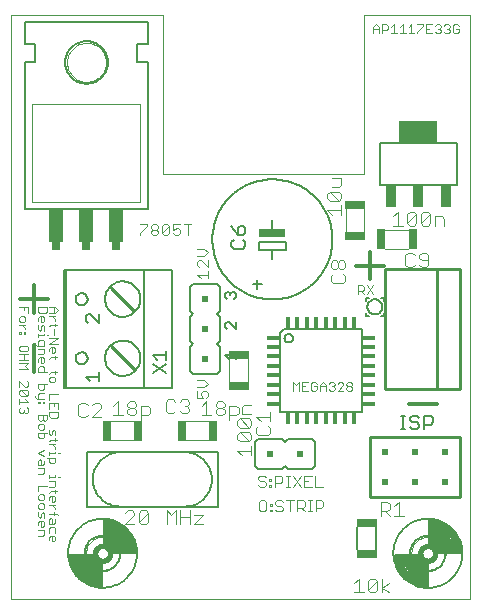
<source format=gto>
G75*
G70*
%OFA0B0*%
%FSLAX24Y24*%
%IPPOS*%
%LPD*%
%AMOC8*
5,1,8,0,0,1.08239X$1,22.5*
%
%ADD10C,0.0000*%
%ADD11C,0.0030*%
%ADD12C,0.0120*%
%ADD13C,0.0060*%
%ADD14R,0.0390X0.0180*%
%ADD15R,0.0180X0.0390*%
%ADD16R,0.0669X0.0295*%
%ADD17C,0.0040*%
%ADD18R,0.0690X0.0290*%
%ADD19C,0.0080*%
%ADD20R,0.0295X0.0669*%
%ADD21R,0.0200X0.0200*%
%ADD22C,0.0100*%
%ADD23C,0.0050*%
%ADD24R,0.1260X0.0730*%
%ADD25R,0.0340X0.0730*%
%ADD26R,0.0240X0.0240*%
%ADD27R,0.0900X0.0250*%
%ADD28C,0.0180*%
%ADD29C,0.0090*%
%ADD30C,0.0020*%
%ADD31R,0.0300X0.0250*%
%ADD32R,0.0500X0.1100*%
D10*
X000605Y000776D02*
X000605Y020264D01*
X005648Y020264D01*
X005648Y014949D01*
X012341Y014949D01*
X012341Y020264D01*
X015884Y020264D01*
X015884Y000776D01*
X000605Y000776D01*
X003090Y002312D02*
X003092Y002359D01*
X003098Y002405D01*
X003108Y002451D01*
X003121Y002496D01*
X003139Y002539D01*
X003160Y002581D01*
X003184Y002621D01*
X003212Y002658D01*
X003243Y002693D01*
X003277Y002726D01*
X003313Y002755D01*
X003352Y002781D01*
X003393Y002804D01*
X003436Y002823D01*
X003480Y002839D01*
X003525Y002851D01*
X003571Y002859D01*
X003618Y002863D01*
X003664Y002863D01*
X003711Y002859D01*
X003757Y002851D01*
X003802Y002839D01*
X003846Y002823D01*
X003889Y002804D01*
X003930Y002781D01*
X003969Y002755D01*
X004005Y002726D01*
X004039Y002693D01*
X004070Y002658D01*
X004098Y002621D01*
X004122Y002581D01*
X004143Y002539D01*
X004161Y002496D01*
X004174Y002451D01*
X004184Y002405D01*
X004190Y002359D01*
X004192Y002312D01*
X004190Y002265D01*
X004184Y002219D01*
X004174Y002173D01*
X004161Y002128D01*
X004143Y002085D01*
X004122Y002043D01*
X004098Y002003D01*
X004070Y001966D01*
X004039Y001931D01*
X004005Y001898D01*
X003969Y001869D01*
X003930Y001843D01*
X003889Y001820D01*
X003846Y001801D01*
X003802Y001785D01*
X003757Y001773D01*
X003711Y001765D01*
X003664Y001761D01*
X003618Y001761D01*
X003571Y001765D01*
X003525Y001773D01*
X003480Y001785D01*
X003436Y001801D01*
X003393Y001820D01*
X003352Y001843D01*
X003313Y001869D01*
X003277Y001898D01*
X003243Y001931D01*
X003212Y001966D01*
X003184Y002003D01*
X003160Y002043D01*
X003139Y002085D01*
X003121Y002128D01*
X003108Y002173D01*
X003098Y002219D01*
X003092Y002265D01*
X003090Y002312D01*
X013936Y002311D02*
X013938Y002358D01*
X013944Y002404D01*
X013954Y002450D01*
X013967Y002495D01*
X013985Y002538D01*
X014006Y002580D01*
X014030Y002620D01*
X014058Y002657D01*
X014089Y002692D01*
X014123Y002725D01*
X014159Y002754D01*
X014198Y002780D01*
X014239Y002803D01*
X014282Y002822D01*
X014326Y002838D01*
X014371Y002850D01*
X014417Y002858D01*
X014464Y002862D01*
X014510Y002862D01*
X014557Y002858D01*
X014603Y002850D01*
X014648Y002838D01*
X014692Y002822D01*
X014735Y002803D01*
X014776Y002780D01*
X014815Y002754D01*
X014851Y002725D01*
X014885Y002692D01*
X014916Y002657D01*
X014944Y002620D01*
X014968Y002580D01*
X014989Y002538D01*
X015007Y002495D01*
X015020Y002450D01*
X015030Y002404D01*
X015036Y002358D01*
X015038Y002311D01*
X015036Y002264D01*
X015030Y002218D01*
X015020Y002172D01*
X015007Y002127D01*
X014989Y002084D01*
X014968Y002042D01*
X014944Y002002D01*
X014916Y001965D01*
X014885Y001930D01*
X014851Y001897D01*
X014815Y001868D01*
X014776Y001842D01*
X014735Y001819D01*
X014692Y001800D01*
X014648Y001784D01*
X014603Y001772D01*
X014557Y001764D01*
X014510Y001760D01*
X014464Y001760D01*
X014417Y001764D01*
X014371Y001772D01*
X014326Y001784D01*
X014282Y001800D01*
X014239Y001819D01*
X014198Y001842D01*
X014159Y001868D01*
X014123Y001897D01*
X014089Y001930D01*
X014058Y001965D01*
X014030Y002002D01*
X014006Y002042D01*
X013985Y002084D01*
X013967Y002127D01*
X013954Y002172D01*
X013944Y002218D01*
X013938Y002264D01*
X013936Y002311D01*
X002455Y018676D02*
X002457Y018726D01*
X002463Y018776D01*
X002473Y018826D01*
X002486Y018874D01*
X002503Y018922D01*
X002524Y018968D01*
X002548Y019012D01*
X002576Y019054D01*
X002607Y019094D01*
X002641Y019131D01*
X002678Y019166D01*
X002717Y019197D01*
X002758Y019226D01*
X002802Y019251D01*
X002848Y019273D01*
X002895Y019291D01*
X002943Y019305D01*
X002992Y019316D01*
X003042Y019323D01*
X003092Y019326D01*
X003143Y019325D01*
X003193Y019320D01*
X003243Y019311D01*
X003291Y019299D01*
X003339Y019282D01*
X003385Y019262D01*
X003430Y019239D01*
X003473Y019212D01*
X003513Y019182D01*
X003551Y019149D01*
X003586Y019113D01*
X003619Y019074D01*
X003648Y019033D01*
X003674Y018990D01*
X003697Y018945D01*
X003716Y018898D01*
X003731Y018850D01*
X003743Y018801D01*
X003751Y018751D01*
X003755Y018701D01*
X003755Y018651D01*
X003751Y018601D01*
X003743Y018551D01*
X003731Y018502D01*
X003716Y018454D01*
X003697Y018407D01*
X003674Y018362D01*
X003648Y018319D01*
X003619Y018278D01*
X003586Y018239D01*
X003551Y018203D01*
X003513Y018170D01*
X003473Y018140D01*
X003430Y018113D01*
X003385Y018090D01*
X003339Y018070D01*
X003291Y018053D01*
X003243Y018041D01*
X003193Y018032D01*
X003143Y018027D01*
X003092Y018026D01*
X003042Y018029D01*
X002992Y018036D01*
X002943Y018047D01*
X002895Y018061D01*
X002848Y018079D01*
X002802Y018101D01*
X002758Y018126D01*
X002717Y018155D01*
X002678Y018186D01*
X002641Y018221D01*
X002607Y018258D01*
X002576Y018298D01*
X002548Y018340D01*
X002524Y018384D01*
X002503Y018430D01*
X002486Y018478D01*
X002473Y018526D01*
X002463Y018576D01*
X002457Y018626D01*
X002455Y018676D01*
D11*
X006791Y012462D02*
X007038Y012462D01*
X007162Y012339D01*
X007038Y012215D01*
X006791Y012215D01*
X006853Y012094D02*
X006791Y012032D01*
X006791Y011909D01*
X006853Y011847D01*
X006791Y011602D02*
X007162Y011602D01*
X007162Y011479D02*
X007162Y011725D01*
X007162Y011847D02*
X006915Y012094D01*
X006853Y012094D01*
X007162Y012094D02*
X007162Y011847D01*
X006915Y011479D02*
X006791Y011602D01*
X006791Y008094D02*
X007038Y008094D01*
X007162Y007970D01*
X007038Y007847D01*
X006791Y007847D01*
X006791Y007725D02*
X006791Y007479D01*
X006976Y007479D01*
X006915Y007602D01*
X006915Y007664D01*
X006976Y007725D01*
X007100Y007725D01*
X007162Y007664D01*
X007162Y007540D01*
X007100Y007479D01*
X008898Y004901D02*
X008837Y004840D01*
X008837Y004778D01*
X008898Y004716D01*
X009022Y004716D01*
X009083Y004654D01*
X009083Y004593D01*
X009022Y004531D01*
X008898Y004531D01*
X008837Y004593D01*
X008898Y004901D02*
X009022Y004901D01*
X009083Y004840D01*
X009205Y004778D02*
X009205Y004716D01*
X009267Y004716D01*
X009267Y004778D01*
X009205Y004778D01*
X009205Y004593D02*
X009205Y004531D01*
X009267Y004531D01*
X009267Y004593D01*
X009205Y004593D01*
X009389Y004654D02*
X009574Y004654D01*
X009636Y004716D01*
X009636Y004840D01*
X009574Y004901D01*
X009389Y004901D01*
X009389Y004531D01*
X009757Y004531D02*
X009881Y004531D01*
X009819Y004531D02*
X009819Y004901D01*
X009757Y004901D02*
X009881Y004901D01*
X010003Y004901D02*
X010250Y004531D01*
X010371Y004531D02*
X010618Y004531D01*
X010739Y004531D02*
X010739Y004901D01*
X010618Y004901D02*
X010371Y004901D01*
X010371Y004531D01*
X010371Y004716D02*
X010495Y004716D01*
X010250Y004901D02*
X010003Y004531D01*
X010014Y004076D02*
X009767Y004076D01*
X009891Y004076D02*
X009891Y003706D01*
X009646Y003768D02*
X009584Y003706D01*
X009461Y003706D01*
X009399Y003768D01*
X009277Y003768D02*
X009277Y003706D01*
X009215Y003706D01*
X009215Y003768D01*
X009277Y003768D01*
X009277Y003891D02*
X009215Y003891D01*
X009215Y003953D01*
X009277Y003953D01*
X009277Y003891D01*
X009399Y003953D02*
X009461Y003891D01*
X009584Y003891D01*
X009646Y003829D01*
X009646Y003768D01*
X009646Y004015D02*
X009584Y004076D01*
X009461Y004076D01*
X009399Y004015D01*
X009399Y003953D01*
X009093Y004015D02*
X009093Y003768D01*
X009032Y003706D01*
X008908Y003706D01*
X008847Y003768D01*
X008847Y004015D01*
X008908Y004076D01*
X009032Y004076D01*
X009093Y004015D01*
X010136Y004076D02*
X010136Y003706D01*
X010136Y003829D02*
X010321Y003829D01*
X010382Y003891D01*
X010382Y004015D01*
X010321Y004076D01*
X010136Y004076D01*
X010259Y003829D02*
X010382Y003706D01*
X010504Y003706D02*
X010627Y003706D01*
X010566Y003706D02*
X010566Y004076D01*
X010627Y004076D02*
X010504Y004076D01*
X010749Y004076D02*
X010749Y003706D01*
X010749Y003829D02*
X010935Y003829D01*
X010996Y003891D01*
X010996Y004015D01*
X010935Y004076D01*
X010749Y004076D01*
X010739Y004531D02*
X010986Y004531D01*
X011079Y007729D02*
X011079Y007922D01*
X010982Y008019D01*
X010886Y007922D01*
X010886Y007729D01*
X010784Y007777D02*
X010784Y007874D01*
X010688Y007874D01*
X010784Y007970D02*
X010736Y008019D01*
X010639Y008019D01*
X010591Y007970D01*
X010591Y007777D01*
X010639Y007729D01*
X010736Y007729D01*
X010784Y007777D01*
X010886Y007874D02*
X011079Y007874D01*
X011180Y007970D02*
X011229Y008019D01*
X011325Y008019D01*
X011374Y007970D01*
X011374Y007922D01*
X011325Y007874D01*
X011374Y007825D01*
X011374Y007777D01*
X011325Y007729D01*
X011229Y007729D01*
X011180Y007777D01*
X011277Y007874D02*
X011325Y007874D01*
X011475Y007970D02*
X011523Y008019D01*
X011620Y008019D01*
X011668Y007970D01*
X011668Y007922D01*
X011475Y007729D01*
X011668Y007729D01*
X011769Y007777D02*
X011769Y007825D01*
X011818Y007874D01*
X011915Y007874D01*
X011963Y007825D01*
X011963Y007777D01*
X011915Y007729D01*
X011818Y007729D01*
X011769Y007777D01*
X011818Y007874D02*
X011769Y007922D01*
X011769Y007970D01*
X011818Y008019D01*
X011915Y008019D01*
X011963Y007970D01*
X011963Y007922D01*
X011915Y007874D01*
X010490Y008019D02*
X010296Y008019D01*
X010296Y007729D01*
X010490Y007729D01*
X010393Y007874D02*
X010296Y007874D01*
X010195Y008019D02*
X010195Y007729D01*
X010002Y007729D02*
X010002Y008019D01*
X010098Y007922D01*
X010195Y008019D01*
X012160Y010951D02*
X012160Y011241D01*
X012305Y011241D01*
X012353Y011193D01*
X012353Y011096D01*
X012305Y011048D01*
X012160Y011048D01*
X012256Y011048D02*
X012353Y010951D01*
X012454Y010951D02*
X012648Y011241D01*
X012454Y011241D02*
X012648Y010951D01*
X012663Y019655D02*
X012663Y019849D01*
X012759Y019946D01*
X012856Y019849D01*
X012856Y019655D01*
X012957Y019655D02*
X012957Y019946D01*
X013102Y019946D01*
X013151Y019897D01*
X013151Y019800D01*
X013102Y019752D01*
X012957Y019752D01*
X012856Y019800D02*
X012663Y019800D01*
X013252Y019849D02*
X013349Y019946D01*
X013349Y019655D01*
X013445Y019655D02*
X013252Y019655D01*
X013547Y019655D02*
X013740Y019655D01*
X013643Y019655D02*
X013643Y019946D01*
X013547Y019849D01*
X013841Y019849D02*
X013938Y019946D01*
X013938Y019655D01*
X013841Y019655D02*
X014035Y019655D01*
X014136Y019655D02*
X014136Y019704D01*
X014329Y019897D01*
X014329Y019946D01*
X014136Y019946D01*
X014431Y019946D02*
X014431Y019655D01*
X014624Y019655D01*
X014725Y019704D02*
X014774Y019655D01*
X014870Y019655D01*
X014919Y019704D01*
X014919Y019752D01*
X014870Y019800D01*
X014822Y019800D01*
X014870Y019800D02*
X014919Y019849D01*
X014919Y019897D01*
X014870Y019946D01*
X014774Y019946D01*
X014725Y019897D01*
X014624Y019946D02*
X014431Y019946D01*
X014431Y019800D02*
X014527Y019800D01*
X015020Y019704D02*
X015068Y019655D01*
X015165Y019655D01*
X015213Y019704D01*
X015213Y019752D01*
X015165Y019800D01*
X015117Y019800D01*
X015165Y019800D02*
X015213Y019849D01*
X015213Y019897D01*
X015165Y019946D01*
X015068Y019946D01*
X015020Y019897D01*
X015315Y019897D02*
X015315Y019704D01*
X015363Y019655D01*
X015460Y019655D01*
X015508Y019704D01*
X015508Y019800D01*
X015411Y019800D01*
X015315Y019897D02*
X015363Y019946D01*
X015460Y019946D01*
X015508Y019897D01*
X002160Y010414D02*
X002063Y010318D01*
X001870Y010318D01*
X001785Y010366D02*
X001785Y010511D01*
X001495Y010511D01*
X001495Y010366D01*
X001543Y010318D01*
X001737Y010318D01*
X001785Y010366D01*
X001870Y010511D02*
X002063Y010511D01*
X002160Y010414D01*
X002015Y010318D02*
X002015Y010511D01*
X002063Y010216D02*
X001870Y010216D01*
X001966Y010216D02*
X002063Y010120D01*
X002063Y010071D01*
X002063Y009971D02*
X002063Y009874D01*
X002112Y009923D02*
X001918Y009923D01*
X001870Y009874D01*
X002015Y009774D02*
X002015Y009581D01*
X002160Y009480D02*
X001870Y009286D01*
X002160Y009286D01*
X002015Y009185D02*
X002063Y009137D01*
X002063Y009040D01*
X002015Y008992D01*
X001966Y008992D01*
X001966Y009185D01*
X001918Y009185D02*
X002015Y009185D01*
X001918Y009185D02*
X001870Y009137D01*
X001870Y009040D01*
X001688Y008991D02*
X001640Y008943D01*
X001495Y008943D01*
X001543Y008841D02*
X001640Y008841D01*
X001688Y008793D01*
X001688Y008696D01*
X001640Y008648D01*
X001591Y008648D01*
X001591Y008841D01*
X001543Y008841D02*
X001495Y008793D01*
X001495Y008696D01*
X001543Y008547D02*
X001640Y008547D01*
X001688Y008498D01*
X001688Y008353D01*
X001785Y008353D02*
X001495Y008353D01*
X001495Y008498D01*
X001543Y008547D01*
X001160Y008452D02*
X000870Y008452D01*
X000870Y008645D02*
X001160Y008645D01*
X001063Y008548D01*
X001160Y008452D01*
X001160Y008746D02*
X000870Y008746D01*
X001015Y008746D02*
X001015Y008940D01*
X000918Y009041D02*
X001112Y009041D01*
X001160Y009089D01*
X001160Y009186D01*
X001112Y009234D01*
X000918Y009234D01*
X000870Y009186D01*
X000870Y009089D01*
X000918Y009041D01*
X000870Y008940D02*
X001160Y008940D01*
X001495Y009136D02*
X001688Y009136D01*
X001688Y008991D01*
X001870Y008794D02*
X001918Y008842D01*
X002112Y008842D01*
X002063Y008794D02*
X002063Y008891D01*
X002063Y008399D02*
X002063Y008303D01*
X002112Y008351D02*
X001918Y008351D01*
X001870Y008303D01*
X001918Y008203D02*
X001870Y008155D01*
X001870Y008058D01*
X001918Y008010D01*
X002015Y008010D01*
X002063Y008058D01*
X002063Y008155D01*
X002015Y008203D01*
X001918Y008203D01*
X001785Y007957D02*
X001495Y007957D01*
X001495Y007812D01*
X001543Y007764D01*
X001640Y007764D01*
X001688Y007812D01*
X001688Y007957D01*
X001688Y007663D02*
X001543Y007663D01*
X001495Y007614D01*
X001495Y007469D01*
X001446Y007469D02*
X001398Y007518D01*
X001398Y007566D01*
X001446Y007469D02*
X001688Y007469D01*
X001688Y007368D02*
X001640Y007368D01*
X001640Y007320D01*
X001688Y007320D01*
X001688Y007368D01*
X001543Y007368D02*
X001543Y007320D01*
X001495Y007320D01*
X001495Y007368D01*
X001543Y007368D01*
X001870Y007319D02*
X001870Y007126D01*
X001870Y007024D02*
X001870Y006879D01*
X001918Y006831D01*
X002112Y006831D01*
X002160Y006879D01*
X002160Y007024D01*
X001870Y007024D01*
X001785Y006926D02*
X001785Y006781D01*
X001737Y006733D01*
X001688Y006733D01*
X001640Y006781D01*
X001640Y006926D01*
X001640Y006781D02*
X001591Y006733D01*
X001543Y006733D01*
X001495Y006781D01*
X001495Y006926D01*
X001785Y006926D01*
X001640Y006632D02*
X001543Y006632D01*
X001495Y006583D01*
X001495Y006486D01*
X001543Y006438D01*
X001640Y006438D01*
X001688Y006486D01*
X001688Y006583D01*
X001640Y006632D01*
X001870Y006435D02*
X001870Y006290D01*
X001918Y006242D01*
X001966Y006290D01*
X001966Y006387D01*
X002015Y006435D01*
X002063Y006387D01*
X002063Y006242D01*
X002063Y006141D02*
X002063Y006044D01*
X002112Y006092D02*
X001918Y006092D01*
X001870Y006044D01*
X001870Y005944D02*
X002063Y005944D01*
X001966Y005944D02*
X002063Y005847D01*
X002063Y005799D01*
X002063Y005699D02*
X002063Y005650D01*
X001870Y005650D01*
X001870Y005602D02*
X001870Y005699D01*
X001688Y005748D02*
X001495Y005651D01*
X001688Y005554D01*
X001773Y005502D02*
X002063Y005502D01*
X002063Y005357D01*
X002015Y005309D01*
X001918Y005309D01*
X001870Y005357D01*
X001870Y005502D01*
X001688Y005405D02*
X001688Y005308D01*
X001640Y005260D01*
X001495Y005260D01*
X001495Y005405D01*
X001543Y005453D01*
X001591Y005405D01*
X001591Y005260D01*
X001495Y005158D02*
X001688Y005158D01*
X001688Y005013D01*
X001640Y004965D01*
X001495Y004965D01*
X001870Y004913D02*
X001870Y004816D01*
X001870Y004865D02*
X002063Y004865D01*
X002063Y004913D01*
X002160Y004865D02*
X002208Y004865D01*
X002063Y004716D02*
X002063Y004571D01*
X002015Y004523D01*
X001870Y004523D01*
X001785Y004569D02*
X001495Y004569D01*
X001495Y004376D01*
X001543Y004274D02*
X001495Y004226D01*
X001495Y004129D01*
X001543Y004081D01*
X001640Y004081D01*
X001688Y004129D01*
X001688Y004226D01*
X001640Y004274D01*
X001543Y004274D01*
X001543Y003980D02*
X001495Y003931D01*
X001495Y003835D01*
X001543Y003786D01*
X001640Y003786D01*
X001688Y003835D01*
X001688Y003931D01*
X001640Y003980D01*
X001543Y003980D01*
X001495Y003685D02*
X001495Y003540D01*
X001543Y003492D01*
X001591Y003540D01*
X001591Y003637D01*
X001640Y003685D01*
X001688Y003637D01*
X001688Y003492D01*
X001640Y003390D02*
X001543Y003390D01*
X001495Y003342D01*
X001495Y003245D01*
X001591Y003197D02*
X001591Y003390D01*
X001640Y003390D02*
X001688Y003342D01*
X001688Y003245D01*
X001640Y003197D01*
X001591Y003197D01*
X001495Y003096D02*
X001688Y003096D01*
X001688Y002951D01*
X001640Y002902D01*
X001495Y002902D01*
X001870Y002851D02*
X001918Y002900D01*
X002015Y002900D01*
X002063Y002851D01*
X002063Y002754D01*
X002015Y002706D01*
X001966Y002706D01*
X001966Y002900D01*
X001870Y002851D02*
X001870Y002754D01*
X001870Y003001D02*
X001870Y003146D01*
X001918Y003194D01*
X002015Y003194D01*
X002063Y003146D01*
X002063Y003001D01*
X002015Y003295D02*
X001870Y003295D01*
X001870Y003441D01*
X001918Y003489D01*
X001966Y003441D01*
X001966Y003295D01*
X002015Y003295D02*
X002063Y003344D01*
X002063Y003441D01*
X002015Y003589D02*
X002015Y003685D01*
X002112Y003637D02*
X001870Y003637D01*
X002063Y003786D02*
X002063Y003834D01*
X001966Y003931D01*
X001870Y003931D02*
X002063Y003931D01*
X002015Y004032D02*
X001966Y004032D01*
X001966Y004225D01*
X001918Y004225D02*
X002015Y004225D01*
X002063Y004177D01*
X002063Y004080D01*
X002015Y004032D01*
X001870Y004080D02*
X001870Y004177D01*
X001918Y004225D01*
X001870Y004325D02*
X001918Y004374D01*
X002112Y004374D01*
X002063Y004422D02*
X002063Y004325D01*
X002063Y004716D02*
X001870Y004716D01*
X002160Y005650D02*
X002208Y005650D01*
X001688Y006192D02*
X001688Y006337D01*
X001785Y006337D02*
X001495Y006337D01*
X001495Y006192D01*
X001543Y006143D01*
X001640Y006143D01*
X001688Y006192D01*
X001112Y006978D02*
X001063Y006978D01*
X001015Y007027D01*
X000966Y006978D01*
X000918Y006978D01*
X000870Y007027D01*
X000870Y007123D01*
X000918Y007172D01*
X000870Y007273D02*
X000870Y007466D01*
X000870Y007370D02*
X001160Y007370D01*
X001063Y007466D01*
X001112Y007568D02*
X000918Y007761D01*
X000870Y007713D01*
X000870Y007616D01*
X000918Y007568D01*
X001112Y007568D01*
X001160Y007616D01*
X001160Y007713D01*
X001112Y007761D01*
X000918Y007761D01*
X000870Y007862D02*
X000870Y008056D01*
X001063Y007862D01*
X001112Y007862D01*
X001160Y007911D01*
X001160Y008007D01*
X001112Y008056D01*
X001112Y007172D02*
X001160Y007123D01*
X001160Y007027D01*
X001112Y006978D01*
X001015Y007027D02*
X001015Y007075D01*
X001870Y007319D02*
X002160Y007319D01*
X002160Y007126D01*
X002015Y007222D02*
X002015Y007319D01*
X001870Y007420D02*
X001870Y007614D01*
X002160Y007614D01*
X001688Y009237D02*
X001446Y009237D01*
X001398Y009286D01*
X001398Y009334D01*
X001495Y009382D02*
X001543Y009431D01*
X001640Y009431D01*
X001688Y009382D01*
X001688Y009237D01*
X001495Y009237D02*
X001495Y009382D01*
X001495Y009530D02*
X001495Y009627D01*
X001495Y009579D02*
X001688Y009579D01*
X001688Y009627D01*
X001688Y009728D02*
X001688Y009873D01*
X001640Y009922D01*
X001591Y009873D01*
X001591Y009777D01*
X001543Y009728D01*
X001495Y009777D01*
X001495Y009922D01*
X001591Y010023D02*
X001591Y010216D01*
X001543Y010216D02*
X001640Y010216D01*
X001688Y010168D01*
X001688Y010071D01*
X001640Y010023D01*
X001591Y010023D01*
X001495Y010071D02*
X001495Y010168D01*
X001543Y010216D01*
X001160Y010318D02*
X001160Y010511D01*
X000870Y010511D01*
X001015Y010511D02*
X001015Y010414D01*
X001015Y010216D02*
X000918Y010216D01*
X000870Y010168D01*
X000870Y010071D01*
X000918Y010023D01*
X001015Y010023D01*
X001063Y010071D01*
X001063Y010168D01*
X001015Y010216D01*
X001063Y009922D02*
X000870Y009922D01*
X000966Y009922D02*
X001063Y009825D01*
X001063Y009777D01*
X001063Y009676D02*
X001015Y009676D01*
X001015Y009628D01*
X001063Y009628D01*
X001063Y009676D01*
X000918Y009676D02*
X000870Y009676D01*
X000870Y009628D01*
X000918Y009628D01*
X000918Y009676D01*
X001785Y009579D02*
X001833Y009579D01*
X001870Y009480D02*
X002160Y009480D01*
X002112Y003637D02*
X002160Y003589D01*
D12*
X001354Y008339D02*
X001354Y009260D01*
X001354Y010321D02*
X001354Y011241D01*
X000894Y010781D02*
X001815Y010781D01*
X012105Y011902D02*
X013026Y011902D01*
X012566Y012362D02*
X012566Y011441D01*
X013862Y007277D02*
X014782Y007277D01*
D13*
X014579Y006894D02*
X014652Y006821D01*
X014652Y006674D01*
X014579Y006600D01*
X014359Y006600D01*
X014359Y006454D02*
X014359Y006894D01*
X014579Y006894D01*
X014192Y006821D02*
X014119Y006894D01*
X013972Y006894D01*
X013898Y006821D01*
X013898Y006747D01*
X013972Y006674D01*
X014119Y006674D01*
X014192Y006600D01*
X014192Y006527D01*
X014119Y006454D01*
X013972Y006454D01*
X013898Y006527D01*
X013738Y006454D02*
X013592Y006454D01*
X013665Y006454D02*
X013665Y006894D01*
X013592Y006894D02*
X013738Y006894D01*
X012306Y007021D02*
X009547Y007021D01*
X009547Y009641D01*
X009686Y009781D01*
X012306Y009781D01*
X012306Y007021D01*
X010727Y006020D02*
X010727Y005220D01*
X010627Y005120D01*
X009827Y005120D01*
X009727Y005220D01*
X009627Y005120D01*
X008827Y005120D01*
X008727Y005220D01*
X008727Y006020D01*
X008827Y006120D01*
X009627Y006120D01*
X009727Y006020D01*
X009827Y006120D01*
X010627Y006120D01*
X010727Y006020D01*
X012132Y003194D02*
X012132Y002439D01*
X012772Y002439D02*
X012772Y003194D01*
X013337Y002311D02*
X013339Y002378D01*
X013345Y002446D01*
X013355Y002513D01*
X013369Y002579D01*
X013386Y002644D01*
X013408Y002708D01*
X013433Y002771D01*
X013462Y002832D01*
X013494Y002891D01*
X013530Y002948D01*
X013569Y003003D01*
X013611Y003056D01*
X013656Y003106D01*
X013704Y003153D01*
X013755Y003198D01*
X013808Y003239D01*
X013864Y003278D01*
X013922Y003313D01*
X013982Y003344D01*
X014043Y003372D01*
X014106Y003396D01*
X014170Y003417D01*
X014236Y003433D01*
X014302Y003446D01*
X014369Y003455D01*
X014436Y003460D01*
X014504Y003461D01*
X014571Y003458D01*
X014638Y003451D01*
X014705Y003440D01*
X014771Y003425D01*
X014836Y003407D01*
X014900Y003384D01*
X014962Y003358D01*
X015023Y003329D01*
X015081Y003295D01*
X015138Y003259D01*
X015193Y003219D01*
X015245Y003176D01*
X015294Y003130D01*
X015341Y003081D01*
X015385Y003030D01*
X015425Y002976D01*
X015463Y002920D01*
X015497Y002861D01*
X015527Y002801D01*
X015554Y002739D01*
X015578Y002676D01*
X015597Y002611D01*
X015613Y002546D01*
X015625Y002479D01*
X015633Y002412D01*
X015637Y002345D01*
X015637Y002277D01*
X015633Y002210D01*
X015625Y002143D01*
X015613Y002076D01*
X015597Y002011D01*
X015578Y001946D01*
X015554Y001883D01*
X015527Y001821D01*
X015497Y001761D01*
X015463Y001702D01*
X015425Y001646D01*
X015385Y001592D01*
X015341Y001541D01*
X015294Y001492D01*
X015245Y001446D01*
X015193Y001403D01*
X015138Y001363D01*
X015081Y001327D01*
X015023Y001293D01*
X014962Y001264D01*
X014900Y001238D01*
X014836Y001215D01*
X014771Y001197D01*
X014705Y001182D01*
X014638Y001171D01*
X014571Y001164D01*
X014504Y001161D01*
X014436Y001162D01*
X014369Y001167D01*
X014302Y001176D01*
X014236Y001189D01*
X014170Y001205D01*
X014106Y001226D01*
X014043Y001250D01*
X013982Y001278D01*
X013922Y001309D01*
X013864Y001344D01*
X013808Y001383D01*
X013755Y001424D01*
X013704Y001469D01*
X013656Y001516D01*
X013611Y001566D01*
X013569Y001619D01*
X013530Y001674D01*
X013494Y001731D01*
X013462Y001790D01*
X013433Y001851D01*
X013408Y001914D01*
X013386Y001978D01*
X013369Y002043D01*
X013355Y002109D01*
X013345Y002176D01*
X013339Y002244D01*
X013337Y002311D01*
X009706Y009481D02*
X009708Y009504D01*
X009714Y009527D01*
X009723Y009548D01*
X009736Y009568D01*
X009752Y009585D01*
X009770Y009599D01*
X009790Y009610D01*
X009812Y009618D01*
X009835Y009622D01*
X009859Y009622D01*
X009882Y009618D01*
X009904Y009610D01*
X009924Y009599D01*
X009942Y009585D01*
X009958Y009568D01*
X009971Y009548D01*
X009980Y009527D01*
X009986Y009504D01*
X009988Y009481D01*
X009986Y009458D01*
X009980Y009435D01*
X009971Y009414D01*
X009958Y009394D01*
X009942Y009377D01*
X009924Y009363D01*
X009904Y009352D01*
X009882Y009344D01*
X009859Y009340D01*
X009835Y009340D01*
X009812Y009344D01*
X009790Y009352D01*
X009770Y009363D01*
X009752Y009377D01*
X009736Y009394D01*
X009723Y009414D01*
X009714Y009435D01*
X009708Y009458D01*
X009706Y009481D01*
X008802Y011126D02*
X008802Y011426D01*
X008652Y011276D02*
X008952Y011276D01*
X009302Y012126D02*
X009302Y012326D01*
X009302Y012426D01*
X008852Y012426D01*
X008852Y012676D01*
X009752Y012676D01*
X009752Y012426D01*
X009302Y012426D01*
X007302Y012776D02*
X007304Y012874D01*
X007312Y012972D01*
X007324Y013069D01*
X007340Y013166D01*
X007362Y013262D01*
X007388Y013357D01*
X007419Y013450D01*
X007454Y013541D01*
X007494Y013631D01*
X007538Y013719D01*
X007587Y013804D01*
X007639Y013887D01*
X007696Y013967D01*
X007756Y014045D01*
X007820Y014119D01*
X007888Y014190D01*
X007959Y014258D01*
X008033Y014322D01*
X008111Y014382D01*
X008191Y014439D01*
X008274Y014491D01*
X008359Y014540D01*
X008447Y014584D01*
X008537Y014624D01*
X008628Y014659D01*
X008721Y014690D01*
X008816Y014716D01*
X008912Y014738D01*
X009009Y014754D01*
X009106Y014766D01*
X009204Y014774D01*
X009302Y014776D01*
X009400Y014774D01*
X009498Y014766D01*
X009595Y014754D01*
X009692Y014738D01*
X009788Y014716D01*
X009883Y014690D01*
X009976Y014659D01*
X010067Y014624D01*
X010157Y014584D01*
X010245Y014540D01*
X010330Y014491D01*
X010413Y014439D01*
X010493Y014382D01*
X010571Y014322D01*
X010645Y014258D01*
X010716Y014190D01*
X010784Y014119D01*
X010848Y014045D01*
X010908Y013967D01*
X010965Y013887D01*
X011017Y013804D01*
X011066Y013719D01*
X011110Y013631D01*
X011150Y013541D01*
X011185Y013450D01*
X011216Y013357D01*
X011242Y013262D01*
X011264Y013166D01*
X011280Y013069D01*
X011292Y012972D01*
X011300Y012874D01*
X011302Y012776D01*
X011300Y012678D01*
X011292Y012580D01*
X011280Y012483D01*
X011264Y012386D01*
X011242Y012290D01*
X011216Y012195D01*
X011185Y012102D01*
X011150Y012011D01*
X011110Y011921D01*
X011066Y011833D01*
X011017Y011748D01*
X010965Y011665D01*
X010908Y011585D01*
X010848Y011507D01*
X010784Y011433D01*
X010716Y011362D01*
X010645Y011294D01*
X010571Y011230D01*
X010493Y011170D01*
X010413Y011113D01*
X010330Y011061D01*
X010245Y011012D01*
X010157Y010968D01*
X010067Y010928D01*
X009976Y010893D01*
X009883Y010862D01*
X009788Y010836D01*
X009692Y010814D01*
X009595Y010798D01*
X009498Y010786D01*
X009400Y010778D01*
X009302Y010776D01*
X009204Y010778D01*
X009106Y010786D01*
X009009Y010798D01*
X008912Y010814D01*
X008816Y010836D01*
X008721Y010862D01*
X008628Y010893D01*
X008537Y010928D01*
X008447Y010968D01*
X008359Y011012D01*
X008274Y011061D01*
X008191Y011113D01*
X008111Y011170D01*
X008033Y011230D01*
X007959Y011294D01*
X007888Y011362D01*
X007820Y011433D01*
X007756Y011507D01*
X007696Y011585D01*
X007639Y011665D01*
X007587Y011748D01*
X007538Y011833D01*
X007494Y011921D01*
X007454Y012011D01*
X007419Y012102D01*
X007388Y012195D01*
X007362Y012290D01*
X007340Y012386D01*
X007324Y012483D01*
X007312Y012580D01*
X007304Y012678D01*
X007302Y012776D01*
X007452Y011276D02*
X006652Y011276D01*
X006552Y011176D01*
X006552Y010376D01*
X006652Y010276D01*
X006552Y010176D01*
X006552Y009376D01*
X006652Y009276D01*
X006552Y009176D01*
X006552Y008376D01*
X006652Y008276D01*
X007452Y008276D01*
X007552Y008376D01*
X007552Y009176D01*
X007452Y009276D01*
X007552Y009376D01*
X007552Y010176D01*
X007452Y010276D01*
X007552Y010376D01*
X007552Y011176D01*
X007452Y011276D01*
X005962Y011765D02*
X005022Y011765D01*
X002422Y011765D01*
X002422Y007836D01*
X002342Y007836D01*
X002342Y011765D01*
X002422Y011765D01*
X002742Y010785D02*
X002744Y010813D01*
X002750Y010840D01*
X002759Y010866D01*
X002772Y010891D01*
X002789Y010914D01*
X002808Y010934D01*
X002830Y010951D01*
X002854Y010965D01*
X002880Y010975D01*
X002907Y010982D01*
X002935Y010985D01*
X002963Y010984D01*
X002990Y010979D01*
X003017Y010970D01*
X003042Y010958D01*
X003065Y010943D01*
X003086Y010924D01*
X003104Y010903D01*
X003119Y010879D01*
X003130Y010853D01*
X003138Y010827D01*
X003142Y010799D01*
X003142Y010771D01*
X003138Y010743D01*
X003130Y010717D01*
X003119Y010691D01*
X003104Y010667D01*
X003086Y010646D01*
X003065Y010627D01*
X003042Y010612D01*
X003017Y010600D01*
X002990Y010591D01*
X002963Y010586D01*
X002935Y010585D01*
X002907Y010588D01*
X002880Y010595D01*
X002854Y010605D01*
X002830Y010619D01*
X002808Y010636D01*
X002789Y010656D01*
X002772Y010679D01*
X002759Y010704D01*
X002750Y010730D01*
X002744Y010757D01*
X002742Y010785D01*
X003722Y010785D02*
X003724Y010833D01*
X003730Y010881D01*
X003740Y010928D01*
X003753Y010974D01*
X003770Y011019D01*
X003791Y011062D01*
X003816Y011104D01*
X003843Y011143D01*
X003874Y011180D01*
X003908Y011215D01*
X003944Y011246D01*
X003983Y011275D01*
X004024Y011300D01*
X004067Y011322D01*
X004111Y011340D01*
X004157Y011354D01*
X004204Y011365D01*
X004252Y011372D01*
X004300Y011375D01*
X004348Y011374D01*
X004396Y011369D01*
X004443Y011360D01*
X004490Y011348D01*
X004535Y011331D01*
X004579Y011311D01*
X004621Y011288D01*
X004661Y011261D01*
X004698Y011231D01*
X004733Y011198D01*
X004766Y011162D01*
X004795Y011124D01*
X004821Y011083D01*
X004844Y011041D01*
X004863Y010997D01*
X004878Y010951D01*
X004890Y010905D01*
X004898Y010857D01*
X004902Y010809D01*
X004902Y010761D01*
X004898Y010713D01*
X004890Y010665D01*
X004878Y010619D01*
X004863Y010573D01*
X004844Y010529D01*
X004821Y010487D01*
X004795Y010446D01*
X004766Y010408D01*
X004733Y010372D01*
X004698Y010339D01*
X004661Y010309D01*
X004621Y010282D01*
X004579Y010259D01*
X004535Y010239D01*
X004490Y010222D01*
X004443Y010210D01*
X004396Y010201D01*
X004348Y010196D01*
X004300Y010195D01*
X004252Y010198D01*
X004204Y010205D01*
X004157Y010216D01*
X004111Y010230D01*
X004067Y010248D01*
X004024Y010270D01*
X003983Y010295D01*
X003944Y010324D01*
X003908Y010355D01*
X003874Y010390D01*
X003843Y010427D01*
X003816Y010466D01*
X003791Y010508D01*
X003770Y010551D01*
X003753Y010596D01*
X003740Y010642D01*
X003730Y010689D01*
X003724Y010737D01*
X003722Y010785D01*
X005022Y010436D02*
X005022Y009165D01*
X005022Y008465D01*
X005022Y007836D01*
X002422Y007836D01*
X002742Y008815D02*
X002744Y008843D01*
X002750Y008870D01*
X002759Y008896D01*
X002772Y008921D01*
X002789Y008944D01*
X002808Y008964D01*
X002830Y008981D01*
X002854Y008995D01*
X002880Y009005D01*
X002907Y009012D01*
X002935Y009015D01*
X002963Y009014D01*
X002990Y009009D01*
X003017Y009000D01*
X003042Y008988D01*
X003065Y008973D01*
X003086Y008954D01*
X003104Y008933D01*
X003119Y008909D01*
X003130Y008883D01*
X003138Y008857D01*
X003142Y008829D01*
X003142Y008801D01*
X003138Y008773D01*
X003130Y008747D01*
X003119Y008721D01*
X003104Y008697D01*
X003086Y008676D01*
X003065Y008657D01*
X003042Y008642D01*
X003017Y008630D01*
X002990Y008621D01*
X002963Y008616D01*
X002935Y008615D01*
X002907Y008618D01*
X002880Y008625D01*
X002854Y008635D01*
X002830Y008649D01*
X002808Y008666D01*
X002789Y008686D01*
X002772Y008709D01*
X002759Y008734D01*
X002750Y008760D01*
X002744Y008787D01*
X002742Y008815D01*
X003722Y008815D02*
X003724Y008863D01*
X003730Y008911D01*
X003740Y008958D01*
X003753Y009004D01*
X003770Y009049D01*
X003791Y009092D01*
X003816Y009134D01*
X003843Y009173D01*
X003874Y009210D01*
X003908Y009245D01*
X003944Y009276D01*
X003983Y009305D01*
X004024Y009330D01*
X004067Y009352D01*
X004111Y009370D01*
X004157Y009384D01*
X004204Y009395D01*
X004252Y009402D01*
X004300Y009405D01*
X004348Y009404D01*
X004396Y009399D01*
X004443Y009390D01*
X004490Y009378D01*
X004535Y009361D01*
X004579Y009341D01*
X004621Y009318D01*
X004661Y009291D01*
X004698Y009261D01*
X004733Y009228D01*
X004766Y009192D01*
X004795Y009154D01*
X004821Y009113D01*
X004844Y009071D01*
X004863Y009027D01*
X004878Y008981D01*
X004890Y008935D01*
X004898Y008887D01*
X004902Y008839D01*
X004902Y008791D01*
X004898Y008743D01*
X004890Y008695D01*
X004878Y008649D01*
X004863Y008603D01*
X004844Y008559D01*
X004821Y008517D01*
X004795Y008476D01*
X004766Y008438D01*
X004733Y008402D01*
X004698Y008369D01*
X004661Y008339D01*
X004621Y008312D01*
X004579Y008289D01*
X004535Y008269D01*
X004490Y008252D01*
X004443Y008240D01*
X004396Y008231D01*
X004348Y008226D01*
X004300Y008225D01*
X004252Y008228D01*
X004204Y008235D01*
X004157Y008246D01*
X004111Y008260D01*
X004067Y008278D01*
X004024Y008300D01*
X003983Y008325D01*
X003944Y008354D01*
X003908Y008385D01*
X003874Y008420D01*
X003843Y008457D01*
X003816Y008496D01*
X003791Y008538D01*
X003770Y008581D01*
X003753Y008626D01*
X003740Y008672D01*
X003730Y008719D01*
X003724Y008767D01*
X003722Y008815D01*
X005022Y007836D02*
X005962Y007836D01*
X005962Y011765D01*
X005022Y011765D02*
X005022Y011136D01*
X005022Y010436D01*
X005155Y013776D02*
X005155Y018676D01*
X004805Y018676D01*
X004805Y019276D01*
X005155Y019276D01*
X005155Y020026D01*
X001055Y020026D01*
X001055Y019276D01*
X001405Y019276D01*
X001405Y018676D01*
X001055Y018676D01*
X001055Y013776D01*
X005155Y013776D01*
X002395Y018676D02*
X002397Y018729D01*
X002403Y018782D01*
X002413Y018834D01*
X002427Y018885D01*
X002444Y018935D01*
X002465Y018984D01*
X002490Y019031D01*
X002518Y019076D01*
X002550Y019119D01*
X002585Y019159D01*
X002622Y019196D01*
X002662Y019231D01*
X002705Y019263D01*
X002750Y019291D01*
X002797Y019316D01*
X002846Y019337D01*
X002896Y019354D01*
X002947Y019368D01*
X002999Y019378D01*
X003052Y019384D01*
X003105Y019386D01*
X003158Y019384D01*
X003211Y019378D01*
X003263Y019368D01*
X003314Y019354D01*
X003364Y019337D01*
X003413Y019316D01*
X003460Y019291D01*
X003505Y019263D01*
X003548Y019231D01*
X003588Y019196D01*
X003625Y019159D01*
X003660Y019119D01*
X003692Y019076D01*
X003720Y019031D01*
X003745Y018984D01*
X003766Y018935D01*
X003783Y018885D01*
X003797Y018834D01*
X003807Y018782D01*
X003813Y018729D01*
X003815Y018676D01*
X003813Y018623D01*
X003807Y018570D01*
X003797Y018518D01*
X003783Y018467D01*
X003766Y018417D01*
X003745Y018368D01*
X003720Y018321D01*
X003692Y018276D01*
X003660Y018233D01*
X003625Y018193D01*
X003588Y018156D01*
X003548Y018121D01*
X003505Y018089D01*
X003460Y018061D01*
X003413Y018036D01*
X003364Y018015D01*
X003314Y017998D01*
X003263Y017984D01*
X003211Y017974D01*
X003158Y017968D01*
X003105Y017966D01*
X003052Y017968D01*
X002999Y017974D01*
X002947Y017984D01*
X002896Y017998D01*
X002846Y018015D01*
X002797Y018036D01*
X002750Y018061D01*
X002705Y018089D01*
X002662Y018121D01*
X002622Y018156D01*
X002585Y018193D01*
X002550Y018233D01*
X002518Y018276D01*
X002490Y018321D01*
X002465Y018368D01*
X002444Y018417D01*
X002427Y018467D01*
X002413Y018518D01*
X002403Y018570D01*
X002397Y018623D01*
X002395Y018676D01*
X009302Y013426D02*
X009302Y013226D01*
X009302Y013026D01*
X012415Y010826D02*
X012415Y010726D01*
X012415Y010826D02*
X012515Y010826D01*
X012465Y010526D02*
X012467Y010557D01*
X012473Y010588D01*
X012483Y010618D01*
X012496Y010646D01*
X012513Y010673D01*
X012533Y010697D01*
X012556Y010719D01*
X012581Y010737D01*
X012609Y010752D01*
X012638Y010764D01*
X012668Y010772D01*
X012699Y010776D01*
X012731Y010776D01*
X012762Y010772D01*
X012792Y010764D01*
X012821Y010752D01*
X012849Y010737D01*
X012874Y010719D01*
X012897Y010697D01*
X012917Y010673D01*
X012934Y010646D01*
X012947Y010618D01*
X012957Y010588D01*
X012963Y010557D01*
X012965Y010526D01*
X012963Y010495D01*
X012957Y010464D01*
X012947Y010434D01*
X012934Y010406D01*
X012917Y010379D01*
X012897Y010355D01*
X012874Y010333D01*
X012849Y010315D01*
X012821Y010300D01*
X012792Y010288D01*
X012762Y010280D01*
X012731Y010276D01*
X012699Y010276D01*
X012668Y010280D01*
X012638Y010288D01*
X012609Y010300D01*
X012581Y010315D01*
X012556Y010333D01*
X012533Y010355D01*
X012513Y010379D01*
X012496Y010406D01*
X012483Y010434D01*
X012473Y010464D01*
X012467Y010495D01*
X012465Y010526D01*
X012415Y010326D02*
X012415Y010226D01*
X012515Y010226D01*
X012915Y010226D02*
X013015Y010226D01*
X013015Y010326D01*
X013015Y010726D02*
X013015Y010826D01*
X012915Y010826D01*
X002491Y002312D02*
X002493Y002379D01*
X002499Y002447D01*
X002509Y002514D01*
X002523Y002580D01*
X002540Y002645D01*
X002562Y002709D01*
X002587Y002772D01*
X002616Y002833D01*
X002648Y002892D01*
X002684Y002949D01*
X002723Y003004D01*
X002765Y003057D01*
X002810Y003107D01*
X002858Y003154D01*
X002909Y003199D01*
X002962Y003240D01*
X003018Y003279D01*
X003076Y003314D01*
X003136Y003345D01*
X003197Y003373D01*
X003260Y003397D01*
X003324Y003418D01*
X003390Y003434D01*
X003456Y003447D01*
X003523Y003456D01*
X003590Y003461D01*
X003658Y003462D01*
X003725Y003459D01*
X003792Y003452D01*
X003859Y003441D01*
X003925Y003426D01*
X003990Y003408D01*
X004054Y003385D01*
X004116Y003359D01*
X004177Y003330D01*
X004235Y003296D01*
X004292Y003260D01*
X004347Y003220D01*
X004399Y003177D01*
X004448Y003131D01*
X004495Y003082D01*
X004539Y003031D01*
X004579Y002977D01*
X004617Y002921D01*
X004651Y002862D01*
X004681Y002802D01*
X004708Y002740D01*
X004732Y002677D01*
X004751Y002612D01*
X004767Y002547D01*
X004779Y002480D01*
X004787Y002413D01*
X004791Y002346D01*
X004791Y002278D01*
X004787Y002211D01*
X004779Y002144D01*
X004767Y002077D01*
X004751Y002012D01*
X004732Y001947D01*
X004708Y001884D01*
X004681Y001822D01*
X004651Y001762D01*
X004617Y001703D01*
X004579Y001647D01*
X004539Y001593D01*
X004495Y001542D01*
X004448Y001493D01*
X004399Y001447D01*
X004347Y001404D01*
X004292Y001364D01*
X004235Y001328D01*
X004177Y001294D01*
X004116Y001265D01*
X004054Y001239D01*
X003990Y001216D01*
X003925Y001198D01*
X003859Y001183D01*
X003792Y001172D01*
X003725Y001165D01*
X003658Y001162D01*
X003590Y001163D01*
X003523Y001168D01*
X003456Y001177D01*
X003390Y001190D01*
X003324Y001206D01*
X003260Y001227D01*
X003197Y001251D01*
X003136Y001279D01*
X003076Y001310D01*
X003018Y001345D01*
X002962Y001384D01*
X002909Y001425D01*
X002858Y001470D01*
X002810Y001517D01*
X002765Y001567D01*
X002723Y001620D01*
X002684Y001675D01*
X002648Y001732D01*
X002616Y001791D01*
X002587Y001852D01*
X002562Y001915D01*
X002540Y001979D01*
X002523Y002044D01*
X002509Y002110D01*
X002499Y002177D01*
X002493Y002245D01*
X002491Y002312D01*
D14*
X009332Y007299D03*
X009332Y007614D03*
X009332Y007929D03*
X009332Y008244D03*
X009332Y008559D03*
X009332Y008874D03*
X009332Y009188D03*
X009332Y009503D03*
X012522Y009503D03*
X012522Y009188D03*
X012522Y008874D03*
X012522Y008559D03*
X012522Y008244D03*
X012522Y007929D03*
X012522Y007614D03*
X012522Y007299D03*
D15*
X012029Y006806D03*
X011714Y006806D03*
X011399Y006806D03*
X011084Y006806D03*
X010769Y006806D03*
X010454Y006806D03*
X010139Y006806D03*
X009824Y006806D03*
X009824Y009996D03*
X010139Y009996D03*
X010454Y009996D03*
X010769Y009996D03*
X011084Y009996D03*
X011399Y009996D03*
X011714Y009996D03*
X012029Y009996D03*
D16*
X012052Y012879D03*
X012051Y013923D03*
X008176Y008923D03*
X008177Y007879D03*
D17*
X008486Y008021D02*
X008486Y008781D01*
X007867Y008781D02*
X007867Y008021D01*
X007637Y007381D02*
X007484Y007381D01*
X007407Y007305D01*
X007407Y007228D01*
X007484Y007151D01*
X007637Y007151D01*
X007714Y007074D01*
X007714Y006998D01*
X007637Y006921D01*
X007484Y006921D01*
X007407Y006998D01*
X007407Y007074D01*
X007484Y007151D01*
X007637Y007151D02*
X007714Y007228D01*
X007714Y007305D01*
X007637Y007381D01*
X007867Y007228D02*
X008097Y007228D01*
X008174Y007151D01*
X008174Y006998D01*
X008097Y006921D01*
X007867Y006921D01*
X007867Y006768D02*
X007867Y007228D01*
X008287Y007191D02*
X008287Y006961D01*
X008594Y006961D01*
X008517Y006807D02*
X008594Y006730D01*
X008594Y006577D01*
X008517Y006500D01*
X008210Y006807D01*
X008517Y006807D01*
X008759Y006864D02*
X009219Y006864D01*
X009219Y006711D02*
X009219Y007018D01*
X008912Y006711D02*
X008759Y006864D01*
X008835Y006557D02*
X008759Y006480D01*
X008759Y006327D01*
X008835Y006250D01*
X009142Y006250D01*
X009219Y006327D01*
X009219Y006480D01*
X009142Y006557D01*
X008594Y006270D02*
X008594Y006117D01*
X008517Y006040D01*
X008210Y006347D01*
X008517Y006347D01*
X008594Y006270D01*
X008517Y006040D02*
X008210Y006040D01*
X008134Y006117D01*
X008134Y006270D01*
X008210Y006347D01*
X008210Y006500D02*
X008134Y006577D01*
X008134Y006730D01*
X008210Y006807D01*
X008210Y006500D02*
X008517Y006500D01*
X008594Y005886D02*
X008594Y005580D01*
X008594Y005733D02*
X008134Y005733D01*
X008287Y005580D01*
X007253Y006921D02*
X006947Y006921D01*
X007100Y006921D02*
X007100Y007381D01*
X006947Y007228D01*
X006526Y007290D02*
X006450Y007214D01*
X006526Y007137D01*
X006526Y007060D01*
X006450Y006984D01*
X006296Y006984D01*
X006219Y007060D01*
X006066Y007060D02*
X005989Y006984D01*
X005836Y006984D01*
X005759Y007060D01*
X005759Y007367D01*
X005836Y007444D01*
X005989Y007444D01*
X006066Y007367D01*
X006219Y007367D02*
X006296Y007444D01*
X006450Y007444D01*
X006526Y007367D01*
X006526Y007290D01*
X006450Y007214D02*
X006373Y007214D01*
X006422Y006711D02*
X007181Y006711D01*
X007181Y006091D02*
X006422Y006091D01*
X005231Y006998D02*
X005154Y006921D01*
X004924Y006921D01*
X004924Y006768D02*
X004924Y007228D01*
X005154Y007228D01*
X005231Y007151D01*
X005231Y006998D01*
X004770Y006998D02*
X004693Y006921D01*
X004540Y006921D01*
X004463Y006998D01*
X004463Y007074D01*
X004540Y007151D01*
X004693Y007151D01*
X004770Y007074D01*
X004770Y006998D01*
X004693Y007151D02*
X004770Y007228D01*
X004770Y007305D01*
X004693Y007381D01*
X004540Y007381D01*
X004463Y007305D01*
X004463Y007228D01*
X004540Y007151D01*
X004310Y006921D02*
X004003Y006921D01*
X004156Y006921D02*
X004156Y007381D01*
X004003Y007228D01*
X003606Y007242D02*
X003529Y007319D01*
X003375Y007319D01*
X003299Y007242D01*
X003145Y007242D02*
X003068Y007319D01*
X002915Y007319D01*
X002838Y007242D01*
X002838Y006935D01*
X002915Y006859D01*
X003068Y006859D01*
X003145Y006935D01*
X003299Y006859D02*
X003606Y007165D01*
X003606Y007242D01*
X003606Y006859D02*
X003299Y006859D01*
X003922Y006711D02*
X004681Y006711D01*
X004681Y006091D02*
X003922Y006091D01*
X004474Y003741D02*
X004398Y003665D01*
X004474Y003741D02*
X004628Y003741D01*
X004705Y003665D01*
X004705Y003588D01*
X004398Y003281D01*
X004705Y003281D01*
X004858Y003358D02*
X004858Y003665D01*
X004935Y003741D01*
X005088Y003741D01*
X005165Y003665D01*
X004858Y003358D01*
X004935Y003281D01*
X005088Y003281D01*
X005165Y003358D01*
X005165Y003665D01*
X005779Y003741D02*
X005779Y003281D01*
X005932Y003588D02*
X006086Y003741D01*
X006086Y003281D01*
X006239Y003281D02*
X006239Y003741D01*
X006239Y003511D02*
X006546Y003511D01*
X006699Y003588D02*
X007006Y003588D01*
X006699Y003281D01*
X007006Y003281D01*
X006546Y003281D02*
X006546Y003741D01*
X005932Y003588D02*
X005779Y003741D01*
X008287Y007191D02*
X008364Y007267D01*
X008594Y007267D01*
X011335Y011313D02*
X011642Y011313D01*
X011719Y011390D01*
X011719Y011543D01*
X011642Y011620D01*
X011642Y011773D02*
X011566Y011773D01*
X011489Y011850D01*
X011489Y012003D01*
X011566Y012080D01*
X011642Y012080D01*
X011719Y012003D01*
X011719Y011850D01*
X011642Y011773D01*
X011489Y011850D02*
X011412Y011773D01*
X011335Y011773D01*
X011259Y011850D01*
X011259Y012003D01*
X011335Y012080D01*
X011412Y012080D01*
X011489Y012003D01*
X011335Y011620D02*
X011259Y011543D01*
X011259Y011390D01*
X011335Y011313D01*
X011742Y013021D02*
X011742Y013781D01*
X011594Y013756D02*
X011134Y013756D01*
X011287Y013602D01*
X011594Y013602D02*
X011594Y013909D01*
X011517Y014063D02*
X011210Y014370D01*
X011517Y014370D01*
X011594Y014293D01*
X011594Y014139D01*
X011517Y014063D01*
X011210Y014063D01*
X011134Y014139D01*
X011134Y014293D01*
X011210Y014370D01*
X011287Y014523D02*
X011517Y014523D01*
X011594Y014600D01*
X011594Y014830D01*
X011287Y014830D01*
X012361Y013781D02*
X012361Y013021D01*
X013072Y013086D02*
X013831Y013086D01*
X013873Y013234D02*
X013797Y013310D01*
X014103Y013617D01*
X014103Y013310D01*
X014027Y013234D01*
X013873Y013234D01*
X013797Y013310D02*
X013797Y013617D01*
X013873Y013694D01*
X014027Y013694D01*
X014103Y013617D01*
X014257Y013617D02*
X014257Y013310D01*
X014564Y013617D01*
X014564Y013310D01*
X014487Y013234D01*
X014334Y013234D01*
X014257Y013310D01*
X014257Y013617D02*
X014334Y013694D01*
X014487Y013694D01*
X014564Y013617D01*
X014717Y013540D02*
X014947Y013540D01*
X015024Y013464D01*
X015024Y013234D01*
X014717Y013234D02*
X014717Y013540D01*
X014429Y012319D02*
X014275Y012319D01*
X014199Y012242D01*
X014199Y012165D01*
X014275Y012089D01*
X014506Y012089D01*
X014506Y012242D02*
X014429Y012319D01*
X014506Y012242D02*
X014506Y011935D01*
X014429Y011859D01*
X014275Y011859D01*
X014199Y011935D01*
X014045Y011935D02*
X013968Y011859D01*
X013815Y011859D01*
X013738Y011935D01*
X013738Y012242D01*
X013815Y012319D01*
X013968Y012319D01*
X014045Y012242D01*
X013831Y012466D02*
X013072Y012466D01*
X013336Y013234D02*
X013643Y013234D01*
X013490Y013234D02*
X013490Y013694D01*
X013336Y013540D01*
X006597Y013281D02*
X006356Y013281D01*
X006476Y013281D02*
X006476Y012921D01*
X006228Y012981D02*
X006168Y012921D01*
X006048Y012921D01*
X005988Y012981D01*
X005988Y013101D02*
X006108Y013161D01*
X006168Y013161D01*
X006228Y013101D01*
X006228Y012981D01*
X005988Y013101D02*
X005988Y013281D01*
X006228Y013281D01*
X005860Y013221D02*
X005860Y012981D01*
X005800Y012921D01*
X005680Y012921D01*
X005620Y012981D01*
X005860Y013221D01*
X005800Y013281D01*
X005680Y013281D01*
X005620Y013221D01*
X005620Y012981D01*
X005492Y012981D02*
X005432Y012921D01*
X005312Y012921D01*
X005251Y012981D01*
X005251Y013041D01*
X005312Y013101D01*
X005432Y013101D01*
X005492Y013041D01*
X005492Y012981D01*
X005432Y013101D02*
X005492Y013161D01*
X005492Y013221D01*
X005432Y013281D01*
X005312Y013281D01*
X005251Y013221D01*
X005251Y013161D01*
X005312Y013101D01*
X005123Y013221D02*
X004883Y012981D01*
X004883Y012921D01*
X004883Y013281D02*
X005123Y013281D01*
X005123Y013221D01*
X012909Y004031D02*
X012909Y003571D01*
X012909Y003724D02*
X013139Y003724D01*
X013216Y003801D01*
X013216Y003955D01*
X013139Y004031D01*
X012909Y004031D01*
X013063Y003724D02*
X013216Y003571D01*
X013369Y003571D02*
X013676Y003571D01*
X013523Y003571D02*
X013523Y004031D01*
X013369Y003878D01*
X012955Y001469D02*
X012955Y001009D01*
X012955Y001162D02*
X013185Y001315D01*
X012955Y001162D02*
X013185Y001009D01*
X012801Y001085D02*
X012801Y001392D01*
X012494Y001085D01*
X012571Y001009D01*
X012725Y001009D01*
X012801Y001085D01*
X012801Y001392D02*
X012725Y001469D01*
X012571Y001469D01*
X012494Y001392D01*
X012494Y001085D01*
X012341Y001009D02*
X012034Y001009D01*
X012188Y001009D02*
X012188Y001469D01*
X012034Y001315D01*
D18*
X012452Y002294D03*
X012452Y003334D03*
D19*
X013896Y002311D02*
X013898Y002359D01*
X013904Y002407D01*
X013914Y002454D01*
X013927Y002500D01*
X013945Y002545D01*
X013965Y002589D01*
X013990Y002631D01*
X014018Y002670D01*
X014048Y002707D01*
X014082Y002741D01*
X014119Y002773D01*
X014157Y002802D01*
X014198Y002827D01*
X014241Y002849D01*
X014286Y002867D01*
X014332Y002881D01*
X014379Y002892D01*
X014427Y002899D01*
X014475Y002902D01*
X014523Y002901D01*
X014571Y002896D01*
X014619Y002887D01*
X014665Y002875D01*
X014710Y002858D01*
X014754Y002838D01*
X014796Y002815D01*
X014836Y002788D01*
X014874Y002758D01*
X014909Y002725D01*
X014941Y002689D01*
X014971Y002651D01*
X014997Y002610D01*
X015019Y002567D01*
X015039Y002523D01*
X015054Y002478D01*
X015066Y002431D01*
X015074Y002383D01*
X015078Y002335D01*
X015078Y002287D01*
X015074Y002239D01*
X015066Y002191D01*
X015054Y002144D01*
X015039Y002099D01*
X015019Y002055D01*
X014997Y002012D01*
X014971Y001971D01*
X014941Y001933D01*
X014909Y001897D01*
X014874Y001864D01*
X014836Y001834D01*
X014796Y001807D01*
X014754Y001784D01*
X014710Y001764D01*
X014665Y001747D01*
X014619Y001735D01*
X014571Y001726D01*
X014523Y001721D01*
X014475Y001720D01*
X014427Y001723D01*
X014379Y001730D01*
X014332Y001741D01*
X014286Y001755D01*
X014241Y001773D01*
X014198Y001795D01*
X014157Y001820D01*
X014119Y001849D01*
X014082Y001881D01*
X014048Y001915D01*
X014018Y001952D01*
X013990Y001991D01*
X013965Y002033D01*
X013945Y002077D01*
X013927Y002122D01*
X013914Y002168D01*
X013904Y002215D01*
X013898Y002263D01*
X013896Y002311D01*
X007496Y003871D02*
X007496Y005682D01*
X006384Y005682D01*
X003117Y005682D01*
X003117Y003871D01*
X004219Y003871D01*
X006374Y003871D01*
X007496Y003871D01*
X006374Y003870D02*
X006433Y003872D01*
X006492Y003877D01*
X006551Y003886D01*
X006609Y003900D01*
X006666Y003917D01*
X006721Y003937D01*
X006775Y003961D01*
X006828Y003989D01*
X006878Y004020D01*
X006927Y004054D01*
X006973Y004092D01*
X007016Y004132D01*
X007057Y004175D01*
X007095Y004221D01*
X007130Y004269D01*
X007161Y004319D01*
X007189Y004371D01*
X007214Y004425D01*
X007235Y004480D01*
X007253Y004537D01*
X007267Y004594D01*
X007277Y004653D01*
X007283Y004712D01*
X007285Y004771D01*
X007283Y004830D01*
X007278Y004889D01*
X007269Y004948D01*
X007255Y005006D01*
X007238Y005063D01*
X007218Y005118D01*
X007194Y005172D01*
X007166Y005225D01*
X007135Y005275D01*
X007101Y005324D01*
X007063Y005370D01*
X007023Y005413D01*
X006980Y005454D01*
X006934Y005492D01*
X006886Y005527D01*
X006836Y005558D01*
X006784Y005586D01*
X006730Y005611D01*
X006675Y005632D01*
X006618Y005650D01*
X006561Y005664D01*
X006502Y005674D01*
X006443Y005680D01*
X006384Y005682D01*
X004229Y005682D02*
X004170Y005680D01*
X004111Y005675D01*
X004052Y005666D01*
X003994Y005652D01*
X003937Y005635D01*
X003882Y005615D01*
X003828Y005591D01*
X003775Y005563D01*
X003725Y005532D01*
X003676Y005498D01*
X003630Y005460D01*
X003587Y005420D01*
X003546Y005377D01*
X003508Y005331D01*
X003473Y005283D01*
X003442Y005233D01*
X003414Y005181D01*
X003389Y005127D01*
X003368Y005072D01*
X003350Y005015D01*
X003336Y004958D01*
X003326Y004899D01*
X003320Y004840D01*
X003318Y004781D01*
X003320Y004722D01*
X003325Y004663D01*
X003334Y004604D01*
X003348Y004546D01*
X003365Y004489D01*
X003385Y004434D01*
X003409Y004380D01*
X003437Y004327D01*
X003468Y004277D01*
X003502Y004228D01*
X003540Y004182D01*
X003580Y004139D01*
X003623Y004098D01*
X003669Y004060D01*
X003717Y004025D01*
X003767Y003994D01*
X003819Y003966D01*
X003873Y003941D01*
X003928Y003920D01*
X003985Y003902D01*
X004042Y003888D01*
X004101Y003878D01*
X004160Y003872D01*
X004219Y003870D01*
X003050Y002312D02*
X003052Y002360D01*
X003058Y002408D01*
X003068Y002455D01*
X003081Y002501D01*
X003099Y002546D01*
X003119Y002590D01*
X003144Y002632D01*
X003172Y002671D01*
X003202Y002708D01*
X003236Y002742D01*
X003273Y002774D01*
X003311Y002803D01*
X003352Y002828D01*
X003395Y002850D01*
X003440Y002868D01*
X003486Y002882D01*
X003533Y002893D01*
X003581Y002900D01*
X003629Y002903D01*
X003677Y002902D01*
X003725Y002897D01*
X003773Y002888D01*
X003819Y002876D01*
X003864Y002859D01*
X003908Y002839D01*
X003950Y002816D01*
X003990Y002789D01*
X004028Y002759D01*
X004063Y002726D01*
X004095Y002690D01*
X004125Y002652D01*
X004151Y002611D01*
X004173Y002568D01*
X004193Y002524D01*
X004208Y002479D01*
X004220Y002432D01*
X004228Y002384D01*
X004232Y002336D01*
X004232Y002288D01*
X004228Y002240D01*
X004220Y002192D01*
X004208Y002145D01*
X004193Y002100D01*
X004173Y002056D01*
X004151Y002013D01*
X004125Y001972D01*
X004095Y001934D01*
X004063Y001898D01*
X004028Y001865D01*
X003990Y001835D01*
X003950Y001808D01*
X003908Y001785D01*
X003864Y001765D01*
X003819Y001748D01*
X003773Y001736D01*
X003725Y001727D01*
X003677Y001722D01*
X003629Y001721D01*
X003581Y001724D01*
X003533Y001731D01*
X003486Y001742D01*
X003440Y001756D01*
X003395Y001774D01*
X003352Y001796D01*
X003311Y001821D01*
X003273Y001850D01*
X003236Y001882D01*
X003202Y001916D01*
X003172Y001953D01*
X003144Y001992D01*
X003119Y002034D01*
X003099Y002078D01*
X003081Y002123D01*
X003068Y002169D01*
X003058Y002216D01*
X003052Y002264D01*
X003050Y002312D01*
X012878Y014588D02*
X012878Y015988D01*
X015458Y015988D01*
X015458Y014588D01*
X012878Y014588D01*
D20*
X012929Y012776D03*
X013974Y012776D03*
X007324Y006401D03*
X006279Y006401D03*
X004824Y006401D03*
X003779Y006401D03*
D21*
X013062Y005674D03*
X013062Y004674D03*
X014062Y004674D03*
X014062Y005674D03*
X015062Y005674D03*
X015062Y004674D03*
D22*
X015562Y004174D02*
X012562Y004174D01*
X012562Y006174D01*
X015562Y006174D01*
X015562Y004174D01*
X015549Y007773D02*
X014799Y007773D01*
X014799Y011773D01*
X015549Y011773D01*
X015549Y007773D01*
X014799Y007773D02*
X013049Y007773D01*
X013049Y011773D01*
X014799Y011773D01*
X004703Y010386D02*
X003912Y011165D01*
X003922Y009215D02*
X004712Y008425D01*
D23*
X005307Y008310D02*
X005757Y008611D01*
X005757Y008771D02*
X005757Y009071D01*
X005757Y008921D02*
X005307Y008921D01*
X005457Y008771D01*
X005307Y008611D02*
X005757Y008310D01*
X007736Y008914D02*
X008077Y008914D01*
X008077Y008801D02*
X008077Y009028D01*
X007850Y008801D02*
X007736Y008914D01*
X007793Y009801D02*
X007736Y009858D01*
X007736Y009971D01*
X007793Y010028D01*
X007850Y010028D01*
X008077Y009801D01*
X008077Y010028D01*
X008020Y010801D02*
X008077Y010858D01*
X008077Y010971D01*
X008020Y011028D01*
X007963Y011028D01*
X007906Y010971D01*
X007906Y010914D01*
X007906Y010971D02*
X007850Y011028D01*
X007793Y011028D01*
X007736Y010971D01*
X007736Y010858D01*
X007793Y010801D01*
X008009Y012464D02*
X008309Y012464D01*
X008384Y012539D01*
X008384Y012689D01*
X008309Y012764D01*
X008309Y012924D02*
X008384Y012999D01*
X008384Y013149D01*
X008309Y013224D01*
X008234Y013224D01*
X008159Y013149D01*
X008159Y012924D01*
X008309Y012924D01*
X008159Y012924D02*
X008009Y013074D01*
X007934Y013224D01*
X008009Y012764D02*
X007934Y012689D01*
X007934Y012539D01*
X008009Y012464D01*
X003537Y010291D02*
X003537Y009990D01*
X003237Y010291D01*
X003162Y010291D01*
X003087Y010216D01*
X003087Y010065D01*
X003162Y009990D01*
X003537Y008341D02*
X003537Y008040D01*
X003537Y008191D02*
X003087Y008191D01*
X003237Y008040D01*
D24*
X014168Y016363D03*
X014168Y016363D03*
D25*
X014168Y014213D03*
X014168Y014213D03*
X015078Y014213D03*
X015078Y014213D03*
X013258Y014213D03*
X013258Y014213D03*
D26*
X007052Y010776D03*
X007052Y009776D03*
X007052Y008776D03*
X009227Y005620D03*
X010227Y005620D03*
D27*
X009302Y013001D03*
D28*
X014237Y002311D02*
X014239Y002342D01*
X014245Y002373D01*
X014255Y002403D01*
X014268Y002431D01*
X014285Y002458D01*
X014305Y002482D01*
X014328Y002504D01*
X014353Y002522D01*
X014381Y002537D01*
X014410Y002549D01*
X014440Y002557D01*
X014471Y002561D01*
X014503Y002561D01*
X014534Y002557D01*
X014564Y002549D01*
X014593Y002537D01*
X014621Y002522D01*
X014646Y002504D01*
X014669Y002482D01*
X014689Y002458D01*
X014706Y002431D01*
X014719Y002403D01*
X014729Y002373D01*
X014735Y002342D01*
X014737Y002311D01*
X014735Y002280D01*
X014729Y002249D01*
X014719Y002219D01*
X014706Y002191D01*
X014689Y002164D01*
X014669Y002140D01*
X014646Y002118D01*
X014621Y002100D01*
X014593Y002085D01*
X014564Y002073D01*
X014534Y002065D01*
X014503Y002061D01*
X014471Y002061D01*
X014440Y002065D01*
X014410Y002073D01*
X014381Y002085D01*
X014353Y002100D01*
X014328Y002118D01*
X014305Y002140D01*
X014285Y002164D01*
X014268Y002191D01*
X014255Y002219D01*
X014245Y002249D01*
X014239Y002280D01*
X014237Y002311D01*
X003391Y002312D02*
X003393Y002343D01*
X003399Y002374D01*
X003409Y002404D01*
X003422Y002432D01*
X003439Y002459D01*
X003459Y002483D01*
X003482Y002505D01*
X003507Y002523D01*
X003535Y002538D01*
X003564Y002550D01*
X003594Y002558D01*
X003625Y002562D01*
X003657Y002562D01*
X003688Y002558D01*
X003718Y002550D01*
X003747Y002538D01*
X003775Y002523D01*
X003800Y002505D01*
X003823Y002483D01*
X003843Y002459D01*
X003860Y002432D01*
X003873Y002404D01*
X003883Y002374D01*
X003889Y002343D01*
X003891Y002312D01*
X003889Y002281D01*
X003883Y002250D01*
X003873Y002220D01*
X003860Y002192D01*
X003843Y002165D01*
X003823Y002141D01*
X003800Y002119D01*
X003775Y002101D01*
X003747Y002086D01*
X003718Y002074D01*
X003688Y002066D01*
X003657Y002062D01*
X003625Y002062D01*
X003594Y002066D01*
X003564Y002074D01*
X003535Y002086D01*
X003507Y002101D01*
X003482Y002119D01*
X003459Y002141D01*
X003439Y002165D01*
X003422Y002192D01*
X003409Y002220D01*
X003399Y002250D01*
X003393Y002281D01*
X003391Y002312D01*
D29*
X004745Y002356D02*
X003932Y002356D01*
X003933Y002357D02*
X003925Y002390D01*
X003915Y002422D01*
X003900Y002453D01*
X003882Y002482D01*
X003861Y002508D01*
X003837Y002532D01*
X003811Y002553D01*
X003782Y002571D01*
X003751Y002586D01*
X003719Y002596D01*
X003686Y002604D01*
X003685Y003416D01*
X003686Y003416D01*
X003752Y003411D01*
X003817Y003403D01*
X003882Y003391D01*
X003945Y003374D01*
X004008Y003354D01*
X004069Y003331D01*
X004129Y003303D01*
X004187Y003272D01*
X004244Y003238D01*
X004298Y003201D01*
X004350Y003160D01*
X004399Y003116D01*
X004445Y003070D01*
X004489Y003021D01*
X004530Y002969D01*
X004567Y002915D01*
X004601Y002858D01*
X004632Y002800D01*
X004660Y002740D01*
X004683Y002679D01*
X004703Y002616D01*
X004720Y002553D01*
X004732Y002488D01*
X004740Y002423D01*
X004745Y002357D01*
X004660Y002357D01*
X004655Y002420D01*
X004647Y002482D01*
X004634Y002544D01*
X004618Y002605D01*
X004598Y002665D01*
X004575Y002723D01*
X004547Y002780D01*
X004517Y002835D01*
X004483Y002888D01*
X004446Y002939D01*
X004405Y002987D01*
X004362Y003033D01*
X004316Y003076D01*
X004268Y003117D01*
X004217Y003154D01*
X004164Y003188D01*
X004109Y003218D01*
X004052Y003246D01*
X003994Y003269D01*
X003934Y003289D01*
X003873Y003305D01*
X003811Y003318D01*
X003749Y003326D01*
X003686Y003331D01*
X003686Y003246D01*
X003746Y003241D01*
X003805Y003232D01*
X003864Y003220D01*
X003921Y003204D01*
X003978Y003184D01*
X004033Y003161D01*
X004087Y003134D01*
X004138Y003104D01*
X004188Y003070D01*
X004236Y003034D01*
X004281Y002994D01*
X004323Y002952D01*
X004363Y002907D01*
X004399Y002859D01*
X004433Y002809D01*
X004463Y002758D01*
X004490Y002704D01*
X004513Y002649D01*
X004533Y002592D01*
X004549Y002535D01*
X004561Y002476D01*
X004570Y002417D01*
X004575Y002357D01*
X004490Y002357D01*
X004485Y002413D01*
X004476Y002469D01*
X004464Y002525D01*
X004448Y002579D01*
X004428Y002632D01*
X004405Y002684D01*
X004379Y002734D01*
X004349Y002782D01*
X004317Y002828D01*
X004281Y002872D01*
X004242Y002913D01*
X004201Y002952D01*
X004157Y002988D01*
X004111Y003020D01*
X004063Y003050D01*
X004013Y003076D01*
X003961Y003099D01*
X003908Y003119D01*
X003854Y003135D01*
X003798Y003147D01*
X003742Y003156D01*
X003686Y003161D01*
X003686Y003076D01*
X003739Y003071D01*
X003791Y003062D01*
X003842Y003050D01*
X003893Y003034D01*
X003942Y003015D01*
X003990Y002993D01*
X004036Y002967D01*
X004081Y002938D01*
X004123Y002906D01*
X004163Y002871D01*
X004200Y002834D01*
X004235Y002794D01*
X004267Y002752D01*
X004296Y002707D01*
X004322Y002661D01*
X004344Y002613D01*
X004363Y002564D01*
X004379Y002513D01*
X004391Y002462D01*
X004400Y002410D01*
X004405Y002357D01*
X004320Y002357D01*
X004314Y002408D01*
X004305Y002459D01*
X004292Y002509D01*
X004275Y002557D01*
X004255Y002605D01*
X004231Y002650D01*
X004204Y002694D01*
X004173Y002735D01*
X004140Y002774D01*
X004103Y002811D01*
X004064Y002844D01*
X004023Y002875D01*
X003979Y002902D01*
X003934Y002926D01*
X003886Y002946D01*
X003838Y002963D01*
X003788Y002976D01*
X003737Y002985D01*
X003686Y002991D01*
X003686Y002905D01*
X003733Y002900D01*
X003779Y002891D01*
X003824Y002878D01*
X003868Y002862D01*
X003910Y002842D01*
X003951Y002820D01*
X003990Y002794D01*
X004027Y002765D01*
X004062Y002733D01*
X004094Y002698D01*
X004123Y002661D01*
X004149Y002622D01*
X004171Y002581D01*
X004191Y002539D01*
X004207Y002495D01*
X004220Y002450D01*
X004229Y002404D01*
X004234Y002357D01*
X004149Y002357D01*
X004143Y002401D01*
X004134Y002444D01*
X004120Y002487D01*
X004103Y002528D01*
X004083Y002567D01*
X004059Y002605D01*
X004032Y002640D01*
X004002Y002673D01*
X003969Y002703D01*
X003934Y002730D01*
X003896Y002754D01*
X003857Y002774D01*
X003816Y002791D01*
X003773Y002805D01*
X003730Y002814D01*
X003686Y002820D01*
X003686Y002735D01*
X003724Y002729D01*
X003761Y002720D01*
X003798Y002707D01*
X003833Y002691D01*
X003866Y002672D01*
X003898Y002650D01*
X003928Y002626D01*
X003955Y002599D01*
X003979Y002569D01*
X004001Y002537D01*
X004020Y002504D01*
X004036Y002469D01*
X004049Y002432D01*
X004058Y002395D01*
X004064Y002357D01*
X003978Y002357D01*
X003972Y002390D01*
X003962Y002423D01*
X003950Y002455D01*
X003934Y002485D01*
X003915Y002514D01*
X003893Y002540D01*
X003869Y002564D01*
X003843Y002586D01*
X003814Y002605D01*
X003784Y002621D01*
X003752Y002633D01*
X003719Y002643D01*
X003686Y002649D01*
X002537Y002268D02*
X003350Y002268D01*
X003349Y002267D02*
X003357Y002234D01*
X003367Y002202D01*
X003382Y002171D01*
X003400Y002142D01*
X003421Y002116D01*
X003445Y002092D01*
X003471Y002071D01*
X003500Y002053D01*
X003531Y002038D01*
X003563Y002028D01*
X003596Y002020D01*
X003597Y001208D01*
X003596Y001208D01*
X003530Y001213D01*
X003465Y001221D01*
X003400Y001233D01*
X003337Y001250D01*
X003274Y001270D01*
X003213Y001293D01*
X003153Y001321D01*
X003095Y001352D01*
X003038Y001386D01*
X002984Y001423D01*
X002932Y001464D01*
X002883Y001508D01*
X002837Y001554D01*
X002793Y001603D01*
X002752Y001655D01*
X002715Y001709D01*
X002681Y001766D01*
X002650Y001824D01*
X002622Y001884D01*
X002599Y001945D01*
X002579Y002008D01*
X002562Y002071D01*
X002550Y002136D01*
X002542Y002201D01*
X002537Y002267D01*
X002622Y002267D01*
X002627Y002204D01*
X002635Y002142D01*
X002648Y002080D01*
X002664Y002019D01*
X002684Y001959D01*
X002707Y001901D01*
X002735Y001844D01*
X002765Y001789D01*
X002799Y001736D01*
X002836Y001685D01*
X002877Y001637D01*
X002920Y001591D01*
X002966Y001548D01*
X003014Y001507D01*
X003065Y001470D01*
X003118Y001436D01*
X003173Y001406D01*
X003230Y001378D01*
X003288Y001355D01*
X003348Y001335D01*
X003409Y001319D01*
X003471Y001306D01*
X003533Y001298D01*
X003596Y001293D01*
X003596Y001378D01*
X003536Y001383D01*
X003477Y001392D01*
X003418Y001404D01*
X003361Y001420D01*
X003304Y001440D01*
X003249Y001463D01*
X003195Y001490D01*
X003144Y001520D01*
X003094Y001554D01*
X003046Y001590D01*
X003001Y001630D01*
X002959Y001672D01*
X002919Y001717D01*
X002883Y001765D01*
X002849Y001815D01*
X002819Y001866D01*
X002792Y001920D01*
X002769Y001975D01*
X002749Y002032D01*
X002733Y002089D01*
X002721Y002148D01*
X002712Y002207D01*
X002707Y002267D01*
X002792Y002267D01*
X002797Y002211D01*
X002806Y002155D01*
X002818Y002099D01*
X002834Y002045D01*
X002854Y001992D01*
X002877Y001940D01*
X002903Y001890D01*
X002933Y001842D01*
X002965Y001796D01*
X003001Y001752D01*
X003040Y001711D01*
X003081Y001672D01*
X003125Y001636D01*
X003171Y001604D01*
X003219Y001574D01*
X003269Y001548D01*
X003321Y001525D01*
X003374Y001505D01*
X003428Y001489D01*
X003484Y001477D01*
X003540Y001468D01*
X003596Y001463D01*
X003596Y001548D01*
X003543Y001553D01*
X003491Y001562D01*
X003440Y001574D01*
X003389Y001590D01*
X003340Y001609D01*
X003292Y001631D01*
X003246Y001657D01*
X003201Y001686D01*
X003159Y001718D01*
X003119Y001753D01*
X003082Y001790D01*
X003047Y001830D01*
X003015Y001872D01*
X002986Y001917D01*
X002960Y001963D01*
X002938Y002011D01*
X002919Y002060D01*
X002903Y002111D01*
X002891Y002162D01*
X002882Y002214D01*
X002877Y002267D01*
X002962Y002267D01*
X002968Y002216D01*
X002977Y002165D01*
X002990Y002115D01*
X003007Y002067D01*
X003027Y002019D01*
X003051Y001974D01*
X003078Y001930D01*
X003109Y001889D01*
X003142Y001850D01*
X003179Y001813D01*
X003218Y001780D01*
X003259Y001749D01*
X003303Y001722D01*
X003348Y001698D01*
X003396Y001678D01*
X003444Y001661D01*
X003494Y001648D01*
X003545Y001639D01*
X003596Y001633D01*
X003596Y001719D01*
X003549Y001724D01*
X003503Y001733D01*
X003458Y001746D01*
X003414Y001762D01*
X003372Y001782D01*
X003331Y001804D01*
X003292Y001830D01*
X003255Y001859D01*
X003220Y001891D01*
X003188Y001926D01*
X003159Y001963D01*
X003133Y002002D01*
X003111Y002043D01*
X003091Y002085D01*
X003075Y002129D01*
X003062Y002174D01*
X003053Y002220D01*
X003048Y002267D01*
X003133Y002267D01*
X003139Y002223D01*
X003148Y002180D01*
X003162Y002137D01*
X003179Y002096D01*
X003199Y002057D01*
X003223Y002019D01*
X003250Y001984D01*
X003280Y001951D01*
X003313Y001921D01*
X003348Y001894D01*
X003386Y001870D01*
X003425Y001850D01*
X003466Y001833D01*
X003509Y001819D01*
X003552Y001810D01*
X003596Y001804D01*
X003596Y001889D01*
X003558Y001895D01*
X003521Y001904D01*
X003484Y001917D01*
X003449Y001933D01*
X003416Y001952D01*
X003384Y001974D01*
X003354Y001998D01*
X003327Y002025D01*
X003303Y002055D01*
X003281Y002087D01*
X003262Y002120D01*
X003246Y002155D01*
X003233Y002192D01*
X003224Y002229D01*
X003218Y002267D01*
X003304Y002267D01*
X003310Y002234D01*
X003320Y002201D01*
X003332Y002169D01*
X003348Y002139D01*
X003367Y002110D01*
X003389Y002084D01*
X003413Y002060D01*
X003439Y002038D01*
X003468Y002019D01*
X003498Y002003D01*
X003530Y001991D01*
X003563Y001981D01*
X003596Y001975D01*
X015591Y002355D02*
X014778Y002355D01*
X014779Y002356D02*
X014771Y002389D01*
X014761Y002421D01*
X014746Y002452D01*
X014728Y002481D01*
X014707Y002507D01*
X014683Y002531D01*
X014657Y002552D01*
X014628Y002570D01*
X014597Y002585D01*
X014565Y002595D01*
X014532Y002603D01*
X014531Y003415D01*
X014532Y003415D01*
X014598Y003410D01*
X014663Y003402D01*
X014728Y003390D01*
X014791Y003373D01*
X014854Y003353D01*
X014915Y003330D01*
X014975Y003302D01*
X015033Y003271D01*
X015090Y003237D01*
X015144Y003200D01*
X015196Y003159D01*
X015245Y003115D01*
X015291Y003069D01*
X015335Y003020D01*
X015376Y002968D01*
X015413Y002914D01*
X015447Y002857D01*
X015478Y002799D01*
X015506Y002739D01*
X015529Y002678D01*
X015549Y002615D01*
X015566Y002552D01*
X015578Y002487D01*
X015586Y002422D01*
X015591Y002356D01*
X015506Y002356D01*
X015501Y002419D01*
X015493Y002481D01*
X015480Y002543D01*
X015464Y002604D01*
X015444Y002664D01*
X015421Y002722D01*
X015393Y002779D01*
X015363Y002834D01*
X015329Y002887D01*
X015292Y002938D01*
X015251Y002986D01*
X015208Y003032D01*
X015162Y003075D01*
X015114Y003116D01*
X015063Y003153D01*
X015010Y003187D01*
X014955Y003217D01*
X014898Y003245D01*
X014840Y003268D01*
X014780Y003288D01*
X014719Y003304D01*
X014657Y003317D01*
X014595Y003325D01*
X014532Y003330D01*
X014532Y003245D01*
X014592Y003240D01*
X014651Y003231D01*
X014710Y003219D01*
X014767Y003203D01*
X014824Y003183D01*
X014879Y003160D01*
X014933Y003133D01*
X014984Y003103D01*
X015034Y003069D01*
X015082Y003033D01*
X015127Y002993D01*
X015169Y002951D01*
X015209Y002906D01*
X015245Y002858D01*
X015279Y002808D01*
X015309Y002757D01*
X015336Y002703D01*
X015359Y002648D01*
X015379Y002591D01*
X015395Y002534D01*
X015407Y002475D01*
X015416Y002416D01*
X015421Y002356D01*
X015336Y002356D01*
X015331Y002412D01*
X015322Y002468D01*
X015310Y002524D01*
X015294Y002578D01*
X015274Y002631D01*
X015251Y002683D01*
X015225Y002733D01*
X015195Y002781D01*
X015163Y002827D01*
X015127Y002871D01*
X015088Y002912D01*
X015047Y002951D01*
X015003Y002987D01*
X014957Y003019D01*
X014909Y003049D01*
X014859Y003075D01*
X014807Y003098D01*
X014754Y003118D01*
X014700Y003134D01*
X014644Y003146D01*
X014588Y003155D01*
X014532Y003160D01*
X014532Y003075D01*
X014585Y003070D01*
X014637Y003061D01*
X014688Y003049D01*
X014739Y003033D01*
X014788Y003014D01*
X014836Y002992D01*
X014882Y002966D01*
X014927Y002937D01*
X014969Y002905D01*
X015009Y002870D01*
X015046Y002833D01*
X015081Y002793D01*
X015113Y002751D01*
X015142Y002706D01*
X015168Y002660D01*
X015190Y002612D01*
X015209Y002563D01*
X015225Y002512D01*
X015237Y002461D01*
X015246Y002409D01*
X015251Y002356D01*
X015166Y002356D01*
X015160Y002407D01*
X015151Y002458D01*
X015138Y002508D01*
X015121Y002556D01*
X015101Y002604D01*
X015077Y002649D01*
X015050Y002693D01*
X015019Y002734D01*
X014986Y002773D01*
X014949Y002810D01*
X014910Y002843D01*
X014869Y002874D01*
X014825Y002901D01*
X014780Y002925D01*
X014732Y002945D01*
X014684Y002962D01*
X014634Y002975D01*
X014583Y002984D01*
X014532Y002990D01*
X014532Y002904D01*
X014579Y002899D01*
X014625Y002890D01*
X014670Y002877D01*
X014714Y002861D01*
X014756Y002841D01*
X014797Y002819D01*
X014836Y002793D01*
X014873Y002764D01*
X014908Y002732D01*
X014940Y002697D01*
X014969Y002660D01*
X014995Y002621D01*
X015017Y002580D01*
X015037Y002538D01*
X015053Y002494D01*
X015066Y002449D01*
X015075Y002403D01*
X015080Y002356D01*
X014995Y002356D01*
X014989Y002400D01*
X014980Y002443D01*
X014966Y002486D01*
X014949Y002527D01*
X014929Y002566D01*
X014905Y002604D01*
X014878Y002639D01*
X014848Y002672D01*
X014815Y002702D01*
X014780Y002729D01*
X014742Y002753D01*
X014703Y002773D01*
X014662Y002790D01*
X014619Y002804D01*
X014576Y002813D01*
X014532Y002819D01*
X014532Y002734D01*
X014570Y002728D01*
X014607Y002719D01*
X014644Y002706D01*
X014679Y002690D01*
X014712Y002671D01*
X014744Y002649D01*
X014774Y002625D01*
X014801Y002598D01*
X014825Y002568D01*
X014847Y002536D01*
X014866Y002503D01*
X014882Y002468D01*
X014895Y002431D01*
X014904Y002394D01*
X014910Y002356D01*
X014824Y002356D01*
X014818Y002389D01*
X014808Y002422D01*
X014796Y002454D01*
X014780Y002484D01*
X014761Y002513D01*
X014739Y002539D01*
X014715Y002563D01*
X014689Y002585D01*
X014660Y002604D01*
X014630Y002620D01*
X014598Y002632D01*
X014565Y002642D01*
X014532Y002648D01*
X013383Y002267D02*
X014196Y002267D01*
X014195Y002266D02*
X014203Y002233D01*
X014213Y002201D01*
X014228Y002170D01*
X014246Y002141D01*
X014267Y002115D01*
X014291Y002091D01*
X014317Y002070D01*
X014346Y002052D01*
X014377Y002037D01*
X014409Y002027D01*
X014442Y002019D01*
X014443Y001207D01*
X014442Y001207D01*
X014376Y001212D01*
X014311Y001220D01*
X014246Y001232D01*
X014183Y001249D01*
X014120Y001269D01*
X014059Y001292D01*
X013999Y001320D01*
X013941Y001351D01*
X013884Y001385D01*
X013830Y001422D01*
X013778Y001463D01*
X013729Y001507D01*
X013683Y001553D01*
X013639Y001602D01*
X013598Y001654D01*
X013561Y001708D01*
X013527Y001765D01*
X013496Y001823D01*
X013468Y001883D01*
X013445Y001944D01*
X013425Y002007D01*
X013408Y002070D01*
X013396Y002135D01*
X013388Y002200D01*
X013383Y002266D01*
X013468Y002266D01*
X013473Y002203D01*
X013481Y002141D01*
X013494Y002079D01*
X013510Y002018D01*
X013530Y001958D01*
X013553Y001900D01*
X013581Y001843D01*
X013611Y001788D01*
X013645Y001735D01*
X013682Y001684D01*
X013723Y001636D01*
X013766Y001590D01*
X013812Y001547D01*
X013860Y001506D01*
X013911Y001469D01*
X013964Y001435D01*
X014019Y001405D01*
X014076Y001377D01*
X014134Y001354D01*
X014194Y001334D01*
X014255Y001318D01*
X014317Y001305D01*
X014379Y001297D01*
X014442Y001292D01*
X014442Y001377D01*
X014382Y001382D01*
X014323Y001391D01*
X014264Y001403D01*
X014207Y001419D01*
X014150Y001439D01*
X014095Y001462D01*
X014041Y001489D01*
X013990Y001519D01*
X013940Y001553D01*
X013892Y001589D01*
X013847Y001629D01*
X013805Y001671D01*
X013765Y001716D01*
X013729Y001764D01*
X013695Y001814D01*
X013665Y001865D01*
X013638Y001919D01*
X013615Y001974D01*
X013595Y002031D01*
X013579Y002088D01*
X013567Y002147D01*
X013558Y002206D01*
X013553Y002266D01*
X013638Y002266D01*
X013643Y002210D01*
X013652Y002154D01*
X013664Y002098D01*
X013680Y002044D01*
X013700Y001991D01*
X013723Y001939D01*
X013749Y001889D01*
X013779Y001841D01*
X013811Y001795D01*
X013847Y001751D01*
X013886Y001710D01*
X013927Y001671D01*
X013971Y001635D01*
X014017Y001603D01*
X014065Y001573D01*
X014115Y001547D01*
X014167Y001524D01*
X014220Y001504D01*
X014274Y001488D01*
X014330Y001476D01*
X014386Y001467D01*
X014442Y001462D01*
X014442Y001547D01*
X014389Y001552D01*
X014337Y001561D01*
X014286Y001573D01*
X014235Y001589D01*
X014186Y001608D01*
X014138Y001630D01*
X014092Y001656D01*
X014047Y001685D01*
X014005Y001717D01*
X013965Y001752D01*
X013928Y001789D01*
X013893Y001829D01*
X013861Y001871D01*
X013832Y001916D01*
X013806Y001962D01*
X013784Y002010D01*
X013765Y002059D01*
X013749Y002110D01*
X013737Y002161D01*
X013728Y002213D01*
X013723Y002266D01*
X013808Y002266D01*
X013814Y002215D01*
X013823Y002164D01*
X013836Y002114D01*
X013853Y002066D01*
X013873Y002018D01*
X013897Y001973D01*
X013924Y001929D01*
X013955Y001888D01*
X013988Y001849D01*
X014025Y001812D01*
X014064Y001779D01*
X014105Y001748D01*
X014149Y001721D01*
X014194Y001697D01*
X014242Y001677D01*
X014290Y001660D01*
X014340Y001647D01*
X014391Y001638D01*
X014442Y001632D01*
X014442Y001718D01*
X014395Y001723D01*
X014349Y001732D01*
X014304Y001745D01*
X014260Y001761D01*
X014218Y001781D01*
X014177Y001803D01*
X014138Y001829D01*
X014101Y001858D01*
X014066Y001890D01*
X014034Y001925D01*
X014005Y001962D01*
X013979Y002001D01*
X013957Y002042D01*
X013937Y002084D01*
X013921Y002128D01*
X013908Y002173D01*
X013899Y002219D01*
X013894Y002266D01*
X013979Y002266D01*
X013985Y002222D01*
X013994Y002179D01*
X014008Y002136D01*
X014025Y002095D01*
X014045Y002056D01*
X014069Y002018D01*
X014096Y001983D01*
X014126Y001950D01*
X014159Y001920D01*
X014194Y001893D01*
X014232Y001869D01*
X014271Y001849D01*
X014312Y001832D01*
X014355Y001818D01*
X014398Y001809D01*
X014442Y001803D01*
X014442Y001888D01*
X014404Y001894D01*
X014367Y001903D01*
X014330Y001916D01*
X014295Y001932D01*
X014262Y001951D01*
X014230Y001973D01*
X014200Y001997D01*
X014173Y002024D01*
X014149Y002054D01*
X014127Y002086D01*
X014108Y002119D01*
X014092Y002154D01*
X014079Y002191D01*
X014070Y002228D01*
X014064Y002266D01*
X014150Y002266D01*
X014156Y002233D01*
X014166Y002200D01*
X014178Y002168D01*
X014194Y002138D01*
X014213Y002109D01*
X014235Y002083D01*
X014259Y002059D01*
X014285Y002037D01*
X014314Y002018D01*
X014344Y002002D01*
X014376Y001990D01*
X014409Y001980D01*
X014442Y001974D01*
D30*
X004905Y014026D02*
X004905Y017276D01*
X001305Y017276D01*
X001305Y014026D01*
X004905Y014026D01*
D31*
X004105Y012551D03*
X003105Y012551D03*
X002105Y012551D03*
D32*
X002105Y013226D03*
X003105Y013226D03*
X004105Y013226D03*
M02*

</source>
